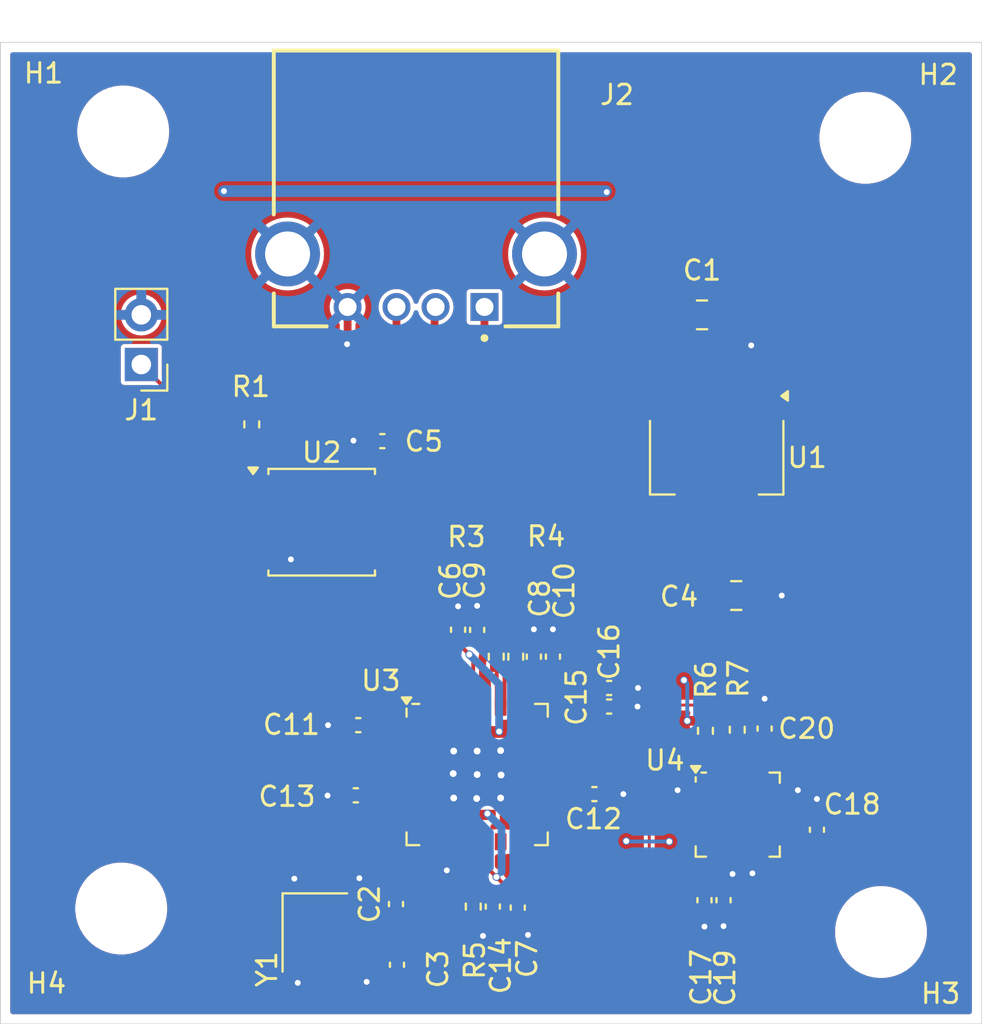
<source format=kicad_pcb>
(kicad_pcb (version 20240108) (generator "pcbnew") (generator_version "8.0")
  (layers (0 "F.Cu" signal) (31 "B.Cu" signal) (34 "B.Paste" user) (35 "F.Paste" user) (36 "B.SilkS" user "B.Silkscreen") (37 "F.SilkS" user "F.Silkscreen") (38 "B.Mask" user) (39 "F.Mask" user) (44 "Edge.Cuts" user))
  (net 0 "")
  (net 1 "/XIN")
  (net 2 "GND")
  (net 3 "VBUS")
  (net 4 "+3V3")
  (net 5 "+1V1")
  (net 6 "Net-(U4-REGOUT)")
  (net 7 "Net-(U4-CPOUT)")
  (net 8 "/~{USB_BOOT}")
  (net 9 "/USB_D-")
  (net 10 "/USB_D+")
  (net 11 "/XOUT")
  (net 12 "Net-(U3-USB_DP)")
  (net 13 "Net-(U3-USB_DM)")
  (net 14 "Net-(U3-GPIO28_ADC2)")
  (net 15 "Net-(U3-GPIO29_ADC3)")
  (net 16 "/QSPI_SD1")
  (net 17 "/QSPI_SD2")
  (net 18 "/QSPI_SD0")
  (net 19 "/QSPI_SCLK")
  (net 20 "/QSPI_SD3")
  (net 26 "/SWD")
  (net 27 "/RUN")
  (net 43 "/SWCLK")
  (net 45 "Net-(U3-GPIO27_ADC1)")
  (net 65 "Net-(C3-Pad1)")
  (net 66 "QSPI_SS")
  (footprint "Resistor_SMD:R_0402_1005Metric" (layer "F.Cu") (at 150.325 98.75 -90)
    (property "Reference" "R3" (at -6.125 1.525 180) (layer "F.SilkS"))
    (property "Value" "27")
    (pad "1" smd roundrect (at -0.51 0 270) (size 0.54 0.64) (layers "F.Cu" "F.Paste" "F.Mask") (net 10 "/USB_D+"))
    (pad "2" smd roundrect (at 0.51 0 270) (size 0.54 0.64) (layers "F.Cu" "F.Paste" "F.Mask") (net 12 "Net-(U3-USB_DP)"))
  )
  (footprint "Capacitor_SMD:C_0805_2012Metric" (layer "F.Cu") (at 160.85 81.275)
    (property "Reference" "C1" (at 0 -2.275 0) (layer "F.SilkS"))
    (property "Value" "10u")
    (pad "1" smd roundrect (at -0.95 0) (size 1 1.45) (layers "F.Cu" "F.Paste" "F.Mask") (net 3 "VBUS"))
    (pad "2" smd roundrect (at 0.95 0) (size 1 1.45) (layers "F.Cu" "F.Paste" "F.Mask") (net 2 "GND"))
  )
  (footprint "Capacitor_SMD:C_0402_1005Metric" (layer "F.Cu") (at 143.145 105.8375 180)
    (property "Reference" "C13" (at 3.52 -0.0625 0) (layer "F.SilkS"))
    (property "Value" "100n")
    (pad "1" smd roundrect (at -0.48 0 180) (size 0.56 0.62) (layers "F.Cu" "F.Paste" "F.Mask") (net 4 "+3V3"))
    (pad "2" smd roundrect (at 0.48 0 180) (size 0.56 0.62) (layers "F.Cu" "F.Paste" "F.Mask") (net 2 "GND"))
  )
  (footprint "Crystal:Crystal_SMD_3225-4Pin_3.2x2.5mm" (layer "F.Cu") (at 141.05 112.85 -90)
    (property "Reference" "Y1" (at 1.875 2.45 90) (layer "F.SilkS"))
    (property "Value" "ABM8-272-T3")
    (pad "1" smd rect (at -1.1 0.85 270) (size 1.4 1.2) (layers "F.Cu" "F.Paste" "F.Mask") (net 1 "/XIN"))
    (pad "2" smd rect (at 1.1 0.85 270) (size 1.4 1.2) (layers "F.Cu" "F.Paste" "F.Mask") (net 2 "GND"))
    (pad "3" smd rect (at 1.1 -0.85 270) (size 1.4 1.2) (layers "F.Cu" "F.Paste" "F.Mask") (net 65 "Net-(C3-Pad1)"))
    (pad "4" smd rect (at -1.1 -0.85 270) (size 1.4 1.2) (layers "F.Cu" "F.Paste" "F.Mask") (net 2 "GND"))
  )
  (footprint "Capacitor_SMD:C_0402_1005Metric" (layer "F.Cu") (at 152.25 98.75 90)
    (property "Reference" "C8" (at 2.975 0.3 90) (layer "F.SilkS"))
    (property "Value" "1u")
    (pad "1" smd roundrect (at -0.48 0 90) (size 0.56 0.62) (layers "F.Cu" "F.Paste" "F.Mask") (net 5 "+1V1"))
    (pad "2" smd roundrect (at 0.48 0 90) (size 0.56 0.62) (layers "F.Cu" "F.Paste" "F.Mask") (net 2 "GND"))
  )
  (footprint "Package_SO:SOIC-8_5.23x5.23mm_P1.27mm" (layer "F.Cu") (at 141.4 91.875)
    (property "Reference" "U2" (at 0 -3.56 0) (layer "F.SilkS"))
    (property "Value" "W25Q128JVS")
    (pad "1" smd roundrect (at -3.6 -1.905) (size 1.6 0.6) (layers "F.Cu" "F.Paste" "F.Mask") (net 66 "QSPI_SS"))
    (pad "2" smd roundrect (at -3.6 -0.635) (size 1.6 0.6) (layers "F.Cu" "F.Paste" "F.Mask") (net 16 "/QSPI_SD1"))
    (pad "3" smd roundrect (at -3.6 0.635) (size 1.6 0.6) (layers "F.Cu" "F.Paste" "F.Mask") (net 17 "/QSPI_SD2"))
    (pad "4" smd roundrect (at -3.6 1.905) (size 1.6 0.6) (layers "F.Cu" "F.Paste" "F.Mask") (net 2 "GND"))
    (pad "5" smd roundrect (at 3.6 1.905) (size 1.6 0.6) (layers "F.Cu" "F.Paste" "F.Mask") (net 18 "/QSPI_SD0"))
    (pad "6" smd roundrect (at 3.6 0.635) (size 1.6 0.6) (layers "F.Cu" "F.Paste" "F.Mask") (net 19 "/QSPI_SCLK"))
    (pad "7" smd roundrect (at 3.6 -0.635) (size 1.6 0.6) (layers "F.Cu" "F.Paste" "F.Mask") (net 20 "/QSPI_SD3"))
    (pad "8" smd roundrect (at 3.6 -1.905) (size 1.6 0.6) (layers "F.Cu" "F.Paste" "F.Mask") (net 4 "+3V3"))
  )
  (footprint "Capacitor_SMD:C_0402_1005Metric" (layer "F.Cu") (at 155.345 105.775)
    (property "Reference" "C12" (at -0.045 1.275 0) (layer "F.SilkS"))
    (property "Value" "100n")
    (pad "1" smd roundrect (at -0.48 0) (size 0.56 0.62) (layers "F.Cu" "F.Paste" "F.Mask") (net 4 "+3V3"))
    (pad "2" smd roundrect (at 0.48 0) (size 0.56 0.62) (layers "F.Cu" "F.Paste" "F.Mask") (net 2 "GND"))
  )
  (footprint "Capacitor_SMD:C_0402_1005Metric" (layer "F.Cu") (at 156.1 100.35)
    (property "Reference" "C16" (at 0 -1.85 -90) (layer "F.SilkS"))
    (property "Value" "100n")
    (pad "1" smd roundrect (at -0.48 0) (size 0.56 0.62) (layers "F.Cu" "F.Paste" "F.Mask") (net 4 "+3V3"))
    (pad "2" smd roundrect (at 0.48 0) (size 0.56 0.62) (layers "F.Cu" "F.Paste" "F.Mask") (net 2 "GND"))
  )
  (footprint "Resistor_SMD:R_0402_1005Metric" (layer "F.Cu") (at 151.325 98.75 -90)
    (property "Reference" "R4" (at -6.15 -1.55 180) (layer "F.SilkS"))
    (property "Value" "27")
    (pad "1" smd roundrect (at -0.51 0 270) (size 0.54 0.64) (layers "F.Cu" "F.Paste" "F.Mask") (net 9 "/USB_D-"))
    (pad "2" smd roundrect (at 0.51 0 270) (size 0.54 0.64) (layers "F.Cu" "F.Paste" "F.Mask") (net 13 "Net-(U3-USB_DM)"))
  )
  (footprint "Capacitor_SMD:C_0402_1005Metric" (layer "F.Cu") (at 145.25 114.5 -90)
    (property "Reference" "C3" (at 0.225 -2.1 -90) (layer "F.SilkS"))
    (property "Value" "15p")
    (pad "1" smd roundrect (at -0.48 0 270) (size 0.56 0.62) (layers "F.Cu" "F.Paste" "F.Mask") (net 65 "Net-(C3-Pad1)"))
    (pad "2" smd roundrect (at 0.48 0 270) (size 0.56 0.62) (layers "F.Cu" "F.Paste" "F.Mask") (net 2 "GND"))
  )
  (footprint "USBR-A-S-F-O-TH (1):SAMTEC_USBR-A-S-F-O-TH" (layer "F.Cu") (at 149.725 80.8725 180)
    (property "Reference" "J2" (at -6.775 10.8475 0) (layer "F.SilkS"))
    (property "Value" "USBR-A-S-F-O-TH")
    (pad "01" thru_hole rect (at 0 0 180) (size 1.428 1.428) (drill 0.92) (layers "*.Cu" "*.Mask") (net 3 "VBUS"))
    (pad "02" thru_hole circle (at 2.5 0 180) (size 1.428 1.428) (drill 0.92) (layers "*.Cu" "*.Mask") (net 9 "/USB_D-"))
    (pad "03" thru_hole circle (at 4.5 0 180) (size 1.428 1.428) (drill 0.92) (layers "*.Cu" "*.Mask") (net 10 "/USB_D+"))
    (pad "04" thru_hole circle (at 7 0 180) (size 1.428 1.428) (drill 0.92) (layers "*.Cu" "*.Mask") (net 2 "GND"))
    (pad "S1" thru_hole circle (at -3.07 2.71 180) (size 3.316 3.316) (drill 2.3) (layers "*.Cu" "*.Mask") (net 2 "GND"))
    (pad "S2" thru_hole circle (at 10.07 2.71 180) (size 3.316 3.316) (drill 2.3) (layers "*.Cu" "*.Mask") (net 2 "GND"))
  )
  (footprint "Resistor_SMD:R_0402_1005Metric" (layer "F.Cu") (at 149.15 111.525 -90)
    (property "Reference" "R5" (at 2.75 -0.075 90) (layer "F.SilkS"))
    (property "Value" "1k")
    (pad "1" smd roundrect (at -0.51 0 270) (size 0.54 0.64) (layers "F.Cu" "F.Paste" "F.Mask") (net 11 "/XOUT"))
    (pad "2" smd roundrect (at 0.51 0 270) (size 0.54 0.64) (layers "F.Cu" "F.Paste" "F.Mask") (net 65 "Net-(C3-Pad1)"))
  )
  (footprint "Capacitor_SMD:C_0402_1005Metric" (layer "F.Cu") (at 151.425 111.58 -90)
    (property "Reference" "C7" (at 2.62 -0.475 90) (layer "F.SilkS"))
    (property "Value" "100n")
    (pad "1" smd roundrect (at -0.48 0 270) (size 0.56 0.62) (layers "F.Cu" "F.Paste" "F.Mask") (net 5 "+1V1"))
    (pad "2" smd roundrect (at 0.48 0 270) (size 0.56 0.62) (layers "F.Cu" "F.Paste" "F.Mask") (net 2 "GND"))
  )
  (footprint "Capacitor_SMD:C_0805_2012Metric" (layer "F.Cu") (at 162.6 95.625)
    (property "Reference" "C4" (at -2.925 0.05 0) (layer "F.SilkS"))
    (property "Value" "10u")
    (pad "1" smd roundrect (at -0.95 0) (size 1 1.45) (layers "F.Cu" "F.Paste" "F.Mask") (net 4 "+3V3"))
    (pad "2" smd roundrect (at 0.95 0) (size 1 1.45) (layers "F.Cu" "F.Paste" "F.Mask") (net 2 "GND"))
  )
  (footprint "Capacitor_SMD:C_0402_1005Metric" (layer "F.Cu") (at 164.05 102.425 90)
    (property "Reference" "C20" (at 0 2.15 0) (layer "F.SilkS"))
    (property "Value" "2.2n")
    (pad "1" smd roundrect (at -0.48 0 90) (size 0.56 0.62) (layers "F.Cu" "F.Paste" "F.Mask") (net 7 "Net-(U4-CPOUT)"))
    (pad "2" smd roundrect (at 0.48 0 90) (size 0.56 0.62) (layers "F.Cu" "F.Paste" "F.Mask") (net 2 "GND"))
  )
  (footprint "Capacitor_SMD:C_0402_1005Metric" (layer "F.Cu") (at 161.95 111.2 -90)
    (property "Reference" "C19" (at 3.975 -0.075 90) (layer "F.SilkS"))
    (property "Value" "100n")
    (pad "1" smd roundrect (at -0.48 0 270) (size 0.56 0.62) (layers "F.Cu" "F.Paste" "F.Mask") (net 6 "Net-(U4-REGOUT)"))
    (pad "2" smd roundrect (at 0.48 0 270) (size 0.56 0.62) (layers "F.Cu" "F.Paste" "F.Mask") (net 2 "GND"))
  )
  (footprint "Capacitor_SMD:C_0402_1005Metric" (layer "F.Cu") (at 143.27 102.25 180)
    (property "Reference" "C11" (at 3.42 0.025 0) (layer "F.SilkS"))
    (property "Value" "100n")
    (pad "1" smd roundrect (at -0.48 0 180) (size 0.56 0.62) (layers "F.Cu" "F.Paste" "F.Mask") (net 4 "+3V3"))
    (pad "2" smd roundrect (at 0.48 0 180) (size 0.56 0.62) (layers "F.Cu" "F.Paste" "F.Mask") (net 2 "GND"))
  )
  (footprint "Resistor_SMD:R_0402_1005Metric" (layer "F.Cu") (at 137.825 86.875 90)
    (property "Reference" "R1" (at 1.925 -0.05 180) (layer "F.SilkS"))
    (property "Value" "1k")
    (pad "1" smd roundrect (at -0.51 0 90) (size 0.54 0.64) (layers "F.Cu" "F.Paste" "F.Mask") (net 66 "QSPI_SS"))
    (pad "2" smd roundrect (at 0.51 0 90) (size 0.54 0.64) (layers "F.Cu" "F.Paste" "F.Mask") (net 8 "/~{USB_BOOT}"))
  )
  (footprint "Capacitor_SMD:C_0402_1005Metric" (layer "F.Cu") (at 148.375 97.375 90)
    (property "Reference" "C6" (at 2.5 -0.4 90) (layer "F.SilkS"))
    (property "Value" "100n")
    (pad "1" smd roundrect (at -0.48 0 90) (size 0.56 0.62) (layers "F.Cu" "F.Paste" "F.Mask") (net 5 "+1V1"))
    (pad "2" smd roundrect (at 0.48 0 90) (size 0.56 0.62) (layers "F.Cu" "F.Paste" "F.Mask") (net 2 "GND"))
  )
  (footprint "Capacitor_SMD:C_0402_1005Metric" (layer "F.Cu") (at 166.725 107.6 90)
    (property "Reference" "C18" (at 1.3 1.8 180) (layer "F.SilkS"))
    (property "Value" "100n")
    (pad "1" smd roundrect (at -0.48 0 90) (size 0.56 0.62) (layers "F.Cu" "F.Paste" "F.Mask") (net 4 "+3V3"))
    (pad "2" smd roundrect (at 0.48 0 90) (size 0.56 0.62) (layers "F.Cu" "F.Paste" "F.Mask") (net 2 "GND"))
  )
  (footprint "Capacitor_SMD:C_0402_1005Metric" (layer "F.Cu") (at 145.2 111.4 90)
    (property "Reference" "C2" (at 0 -1.35 90) (layer "F.SilkS"))
    (property "Value" "15p")
    (pad "1" smd roundrect (at -0.48 0 90) (size 0.56 0.62) (layers "F.Cu" "F.Paste" "F.Mask") (net 1 "/XIN"))
    (pad "2" smd roundrect (at 0.48 0 90) (size 0.56 0.62) (layers "F.Cu" "F.Paste" "F.Mask") (net 2 "GND"))
  )
  (footprint "Sensor_Motion:InvenSense_QFN-24_4x4mm_P0.5mm" (layer "F.Cu") (at 162.675 106.825)
    (property "Reference" "U4" (at -3.725 -2.775 0) (layer "F.SilkS"))
    (property "Value" "MPU-6050")
    (pad "1" smd roundrect (at -1.95 -1.25) (size 0.85 0.3) (layers "F.Cu" "F.Paste" "F.Mask") (net 2 "GND"))
    (pad "2" smd roundrect (at -1.95 -0.75) (size 0.85 0.3) (layers "F.Cu" "F.Paste" "F.Mask"))
    (pad "3" smd roundrect (at -1.95 -0.25) (size 0.85 0.3) (layers "F.Cu" "F.Paste" "F.Mask"))
    (pad "4" smd roundrect (at -1.95 0.25) (size 0.85 0.3) (layers "F.Cu" "F.Paste" "F.Mask"))
    (pad "5" smd roundrect (at -1.95 0.75) (size 0.85 0.3) (layers "F.Cu" "F.Paste" "F.Mask"))
    (pad "6" smd roundrect (at -1.95 1.25) (size 0.85 0.3) (layers "F.Cu" "F.Paste" "F.Mask"))
    (pad "7" smd roundrect (at -1.25 1.95 90) (size 0.85 0.3) (layers "F.Cu" "F.Paste" "F.Mask"))
    (pad "8" smd roundrect (at -0.75 1.95 90) (size 0.85 0.3) (layers "F.Cu" "F.Paste" "F.Mask") (net 4 "+3V3"))
    (pad "9" smd roundrect (at -0.25 1.95 90) (size 0.85 0.3) (layers "F.Cu" "F.Paste" "F.Mask") (net 2 "GND"))
    (pad "10" smd roundrect (at 0.25 1.95 90) (size 0.85 0.3) (layers "F.Cu" "F.Paste" "F.Mask") (net 6 "Net-(U4-REGOUT)"))
    (pad "11" smd roundrect (at 0.75 1.95 90) (size 0.85 0.3) (layers "F.Cu" "F.Paste" "F.Mask") (net 2 "GND"))
    (pad "12" smd roundrect (at 1.25 1.95 90) (size 0.85 0.3) (layers "F.Cu" "F.Paste" "F.Mask") (net 45 "Net-(U3-GPIO27_ADC1)"))
    (pad "13" smd roundrect (at 1.95 1.25) (size 0.85 0.3) (layers "F.Cu" "F.Paste" "F.Mask") (net 4 "+3V3"))
    (pad "14" smd roundrect (at 1.95 0.75) (size 0.85 0.3) (layers "F.Cu" "F.Paste" "F.Mask"))
    (pad "15" smd roundrect (at 1.95 0.25) (size 0.85 0.3) (layers "F.Cu" "F.Paste" "F.Mask"))
    (pad "16" smd roundrect (at 1.95 -0.25) (size 0.85 0.3) (layers "F.Cu" "F.Paste" "F.Mask"))
    (pad "17" smd roundrect (at 1.95 -0.75) (size 0.85 0.3) (layers "F.Cu" "F.Paste" "F.Mask"))
    (pad "18" smd roundrect (at 1.95 -1.25) (size 0.85 0.3) (layers "F.Cu" "F.Paste" "F.Mask") (net 2 "GND"))
    (pad "19" smd roundrect (at 1.25 -1.95 90) (size 0.85 0.3) (layers "F.Cu" "F.Paste" "F.Mask"))
    (pad "20" smd roundrect (at 0.75 -1.95 90) (size 0.85 0.3) (layers "F.Cu" "F.Paste" "F.Mask") (net 7 "Net-(U4-CPOUT)"))
    (pad "21" smd roundrect (at 0.25 -1.95 90) (size 0.85 0.3) (layers "F.Cu" "F.Paste" "F.Mask"))
    (pad "22" smd roundrect (at -0.25 -1.95 90) (size 0.85 0.3) (layers "F.Cu" "F.Paste" "F.Mask"))
    (pad "23" smd roundrect (at -0.75 -1.95 90) (size 0.85 0.3) (layers "F.Cu" "F.Paste" "F.Mask") (net 15 "Net-(U3-GPIO29_ADC3)"))
    (pad "24" smd roundrect (at -1.25 -1.95 90) (size 0.85 0.3) (layers "F.Cu" "F.Paste" "F.Mask") (net 14 "Net-(U3-GPIO28_ADC2)"))
    (zone (net 0) (net_name "") (layer "F.Cu") (connect_pads (clearance 0)) (min_thickness 0.254)
      (keepout (tracks not_allowed) (vias not_allowed) (pads not_allowed) (copperpour not_allowed) (footprints allowed))
      (fill (thermal_gap 0.508) (thermal_bridge_width 0.508))
      (polygon (pts (xy 161.3 105.5) (xy 164.05 105.5) (xy 164.05 108.15) (xy 161.3 108.15)))
    )
  )
  (footprint "Capacitor_SMD:C_0402_1005Metric" (layer "F.Cu") (at 144.5 87.73 180)
    (property "Reference" "C5" (at -2.125 -0.02 0) (layer "F.SilkS"))
    (property "Value" "100n")
    (pad "1" smd roundrect (at -0.48 0 180) (size 0.56 0.62) (layers "F.Cu" "F.Paste" "F.Mask") (net 4 "+3V3"))
    (pad "2" smd roundrect (at 0.48 0 180) (size 0.56 0.62) (layers "F.Cu" "F.Paste" "F.Mask") (net 2 "GND"))
  )
  (footprint "Capacitor_SMD:C_0402_1005Metric" (layer "F.Cu") (at 156.1 101.3)
    (property "Reference" "C15" (at -1.675 -0.475 90) (layer "F.SilkS"))
    (property "Value" "100n")
    (pad "1" smd roundrect (at -0.48 0) (size 0.56 0.62) (layers "F.Cu" "F.Paste" "F.Mask") (net 4 "+3V3"))
    (pad "2" smd roundrect (at 0.48 0) (size 0.56 0.62) (layers "F.Cu" "F.Paste" "F.Mask") (net 2 "GND"))
  )
  (footprint "MountingHole:MountingHole_2.7mm_M2.5" (layer "F.Cu") (at 169.2 72.225)
    (property "Reference" "H2" (at 3.725 -3.225 0) (layer "F.SilkS"))
    (property "Value" "MountingHole")
    (pad "" np_thru_hole circle (at 0 0) (size 2.7 2.7) (drill 2.7) (layers "*.Cu" "*.Mask") (clearance 1))
  )
  (footprint "Package_TO_SOT_SMD:SOT-223-3_TabPin2" (layer "F.Cu") (at 161.6 88.55 -90)
    (property "Reference" "U1" (at 0.025 -4.625 180) (layer "F.SilkS"))
    (property "Value" "NCP1117-3.3_SOT223")
    (pad "1" smd roundrect (at -3.15 -2.3 270) (size 2 1.5) (layers "F.Cu" "F.Paste" "F.Mask") (net 2 "GND"))
    (pad "2" smd roundrect (at -3.15 0 270) (size 2 1.5) (layers "F.Cu" "F.Paste" "F.Mask") (net 4 "+3V3"))
    (pad "2" smd roundrect (at 3.15 0 270) (size 2 3.8) (layers "F.Cu" "F.Paste" "F.Mask") (net 4 "+3V3"))
    (pad "3" smd roundrect (at -3.15 2.3 270) (size 2 1.5) (layers "F.Cu" "F.Paste" "F.Mask") (net 3 "VBUS"))
  )
  (footprint "MountingHole:MountingHole_2.7mm_M2.5" (layer "F.Cu") (at 131.25 71.9)
    (property "Reference" "H1" (at -4.075 -2.975 0) (layer "F.SilkS"))
    (property "Value" "MountingHole")
    (pad "" np_thru_hole circle (at 0 0) (size 2.7 2.7) (drill 2.7) (layers "*.Cu" "*.Mask") (clearance 1))
  )
  (footprint "Resistor_SMD:R_0402_1005Metric" (layer "F.Cu") (at 161.025 102.54 -90)
    (property "Reference" "R6" (at -2.615 -0.025 90) (layer "F.SilkS"))
    (property "Value" "4.7k")
    (pad "1" smd roundrect (at -0.51 0 270) (size 0.54 0.64) (layers "F.Cu" "F.Paste" "F.Mask") (net 4 "+3V3"))
    (pad "2" smd roundrect (at 0.51 0 270) (size 0.54 0.64) (layers "F.Cu" "F.Paste" "F.Mask") (net 14 "Net-(U3-GPIO28_ADC2)"))
  )
  (footprint "MountingHole:MountingHole_2.7mm_M2.5" (layer "F.Cu") (at 131.15 111.625)
    (property "Reference" "H4" (at -3.825 3.825 0) (layer "F.SilkS"))
    (property "Value" "MountingHole")
    (pad "" np_thru_hole circle (at 0 0) (size 2.7 2.7) (drill 2.7) (layers "*.Cu" "*.Mask") (clearance 1))
  )
  (footprint "Resistor_SMD:R_0402_1005Metric" (layer "F.Cu") (at 162.65 102.485 -90)
    (property "Reference" "R7" (at -2.61 -0.05 90) (layer "F.SilkS"))
    (property "Value" "4.7k")
    (pad "1" smd roundrect (at -0.51 0 270) (size 0.54 0.64) (layers "F.Cu" "F.Paste" "F.Mask") (net 4 "+3V3"))
    (pad "2" smd roundrect (at 0.51 0 270) (size 0.54 0.64) (layers "F.Cu" "F.Paste" "F.Mask") (net 15 "Net-(U3-GPIO29_ADC3)"))
  )
  (footprint "Capacitor_SMD:C_0402_1005Metric" (layer "F.Cu") (at 150.15 111.525 -90)
    (property "Reference" "C14" (at 3.025 -0.4 90) (layer "F.SilkS"))
    (property "Value" "100n")
    (pad "1" smd roundrect (at -0.48 0 270) (size 0.56 0.62) (layers "F.Cu" "F.Paste" "F.Mask") (net 4 "+3V3"))
    (pad "2" smd roundrect (at 0.48 0 270) (size 0.56 0.62) (layers "F.Cu" "F.Paste" "F.Mask") (net 2 "GND"))
  )
  (footprint "Capacitor_SMD:C_0402_1005Metric" (layer "F.Cu") (at 149.35 97.38 90)
    (property "Reference" "C9" (at 2.53 -0.125 90) (layer "F.SilkS"))
    (property "Value" "100n")
    (pad "1" smd roundrect (at -0.48 0 90) (size 0.56 0.62) (layers "F.Cu" "F.Paste" "F.Mask") (net 4 "+3V3"))
    (pad "2" smd roundrect (at 0.48 0 90) (size 0.56 0.62) (layers "F.Cu" "F.Paste" "F.Mask") (net 2 "GND"))
  )
  (footprint "Connector_PinHeader_2.54mm:PinHeader_1x02_P2.54mm_Vertical" (layer "F.Cu") (at 132.175 83.815 180)
    (property "Reference" "J1" (at 0 -2.33 0) (layer "F.SilkS"))
    (property "Value" "Conn_01x02")
    (pad "1" thru_hole rect (at 0 0 180) (size 1.7 1.7) (drill 1) (layers "*.Cu" "*.Mask") (net 8 "/~{USB_BOOT}"))
    (pad "2" thru_hole oval (at 0 2.54 180) (size 1.7 1.7) (drill 1) (layers "*.Cu" "*.Mask") (net 2 "GND"))
  )
  (footprint "MountingHole:MountingHole_2.7mm_M2.5" (layer "F.Cu") (at 170 112.825)
    (property "Reference" "H3" (at 3.05 3.15 0) (layer "F.SilkS"))
    (property "Value" "MountingHole")
    (pad "" np_thru_hole circle (at 0 0) (size 2.7 2.7) (drill 2.7) (layers "*.Cu" "*.Mask") (clearance 1))
  )
  (footprint "Capacitor_SMD:C_0402_1005Metric" (layer "F.Cu") (at 153.225 98.75 90)
    (property "Reference" "C10" (at 3.375 0.575 90) (layer "F.SilkS"))
    (property "Value" "1u")
    (pad "1" smd roundrect (at -0.48 0 90) (size 0.56 0.62) (layers "F.Cu" "F.Paste" "F.Mask") (net 4 "+3V3"))
    (pad "2" smd roundrect (at 0.48 0 90) (size 0.56 0.62) (layers "F.Cu" "F.Paste" "F.Mask") (net 2 "GND"))
  )
  (footprint "Package_DFN_QFN:QFN-56-1EP_7x7mm_P0.4mm_EP3.2x3.2mm" (layer "F.Cu") (at 149.35 104.775)
    (property "Reference" "U3" (at -4.925 -4.8 0) (layer "F.SilkS"))
    (property "Value" "RP2040")
    (pad "1" smd roundrect (at -3.4375 -2.6) (size 0.875 0.2) (layers "F.Cu" "F.Paste" "F.Mask") (net 4 "+3V3"))
    (pad "2" smd roundrect (at -3.4375 -2.2) (size 0.875 0.2) (layers "F.Cu" "F.Paste" "F.Mask"))
    (pad "3" smd roundrect (at -3.4375 -1.8) (size 0.875 0.2) (layers "F.Cu" "F.Paste" "F.Mask"))
    (pad "4" smd roundrect (at -3.4375 -1.4) (size 0.875 0.2) (layers "F.Cu" "F.Paste" "F.Mask"))
    (pad "5" smd roundrect (at -3.4375 -1) (size 0.875 0.2) (layers "F.Cu" "F.Paste" "F.Mask"))
    (pad "6" smd roundrect (at -3.4375 -0.6) (size 0.875 0.2) (layers "F.Cu" "F.Paste" "F.Mask"))
    (pad "7" smd roundrect (at -3.4375 -0.2) (size 0.875 0.2) (layers "F.Cu" "F.Paste" "F.Mask"))
    (pad "8" smd roundrect (at -3.4375 0.2) (size 0.875 0.2) (layers "F.Cu" "F.Paste" "F.Mask"))
    (pad "9" smd roundrect (at -3.4375 0.6) (size 0.875 0.2) (layers "F.Cu" "F.Paste" "F.Mask"))
    (pad "10" smd roundrect (at -3.4375 1) (size 0.875 0.2) (layers "F.Cu" "F.Paste" "F.Mask") (net 4 "+3V3"))
    (pad "11" smd roundrect (at -3.4375 1.4) (size 0.875 0.2) (layers "F.Cu" "F.Paste" "F.Mask"))
    (pad "12" smd roundrect (at -3.4375 1.8) (size 0.875 0.2) (layers "F.Cu" "F.Paste" "F.Mask"))
    (pad "13" smd roundrect (at -3.4375 2.2) (size 0.875 0.2) (layers "F.Cu" "F.Paste" "F.Mask"))
    (pad "14" smd roundrect (at -3.4375 2.6) (size 0.875 0.2) (layers "F.Cu" "F.Paste" "F.Mask"))
    (pad "15" smd roundrect (at -2.6 3.4375) (size 0.2 0.875) (layers "F.Cu" "F.Paste" "F.Mask"))
    (pad "16" smd roundrect (at -2.2 3.4375) (size 0.2 0.875) (layers "F.Cu" "F.Paste" "F.Mask"))
    (pad "17" smd roundrect (at -1.8 3.4375) (size 0.2 0.875) (layers "F.Cu" "F.Paste" "F.Mask"))
    (pad "18" smd roundrect (at -1.4 3.4375) (size 0.2 0.875) (layers "F.Cu" "F.Paste" "F.Mask"))
    (pad "19" smd roundrect (at -1 3.4375) (size 0.2 0.875) (layers "F.Cu" "F.Paste" "F.Mask") (net 2 "GND"))
    (pad "20" smd roundrect (at -0.6 3.4375) (size 0.2 0.875) (layers "F.Cu" "F.Paste" "F.Mask") (net 1 "/XIN"))
    (pad "21" smd roundrect (at -0.2 3.4375) (size 0.2 0.875) (layers "F.Cu" "F.Paste" "F.Mask") (net 11 "/XOUT"))
    (pad "22" smd roundrect (at 0.2 3.4375) (size 0.2 0.875) (layers "F.Cu" "F.Paste" "F.Mask") (net 4 "+3V3"))
    (pad "23" smd roundrect (at 0.6 3.4375) (size 0.2 0.875) (layers "F.Cu" "F.Paste" "F.Mask") (net 5 "+1V1"))
    (pad "24" smd roundrect (at 1 3.4375) (size 0.2 0.875) (layers "F.Cu" "F.Paste" "F.Mask") (net 43 "/SWCLK"))
    (pad "25" smd roundrect (at 1.4 3.4375) (size 0.2 0.875) (layers "F.Cu" "F.Paste" "F.Mask") (net 26 "/SWD"))
    (pad "26" smd roundrect (at 1.8 3.4375) (size 0.2 0.875) (layers "F.Cu" "F.Paste" "F.Mask") (net 27 "/RUN"))
    (pad "27" smd roundrect (at 2.2 3.4375) (size 0.2 0.875) (layers "F.Cu" "F.Paste" "F.Mask"))
    (pad "28" smd roundrect (at 2.6 3.4375) (size 0.2 0.875) (layers "F.Cu" "F.Paste" "F.Mask"))
    (pad "29" smd roundrect (at 3.4375 2.6) (size 0.875 0.2) (layers "F.Cu" "F.Paste" "F.Mask"))
    (pad "30" smd roundrect (at 3.4375 2.2) (size 0.875 0.2) (layers "F.Cu" "F.Paste" "F.Mask"))
    (pad "31" smd roundrect (at 3.4375 1.8) (size 0.875 0.2) (layers "F.Cu" "F.Paste" "F.Mask"))
    (pad "32" smd roundrect (at 3.4375 1.4) (size 0.875 0.2) (layers "F.Cu" "F.Paste" "F.Mask"))
    (pad "33" smd roundrect (at 3.4375 1) (size 0.875 0.2) (layers "F.Cu" "F.Paste" "F.Mask") (net 4 "+3V3"))
    (pad "34" smd roundrect (at 3.4375 0.6) (size 0.875 0.2) (layers "F.Cu" "F.Paste" "F.Mask"))
    (pad "35" smd roundrect (at 3.4375 0.2) (size 0.875 0.2) (layers "F.Cu" "F.Paste" "F.Mask"))
    (pad "36" smd roundrect (at 3.4375 -0.2) (size 0.875 0.2) (layers "F.Cu" "F.Paste" "F.Mask"))
    (pad "37" smd roundrect (at 3.4375 -0.6) (size 0.875 0.2) (layers "F.Cu" "F.Paste" "F.Mask"))
    (pad "38" smd roundrect (at 3.4375 -1) (size 0.875 0.2) (layers "F.Cu" "F.Paste" "F.Mask"))
    (pad "39" smd roundrect (at 3.4375 -1.4) (size 0.875 0.2) (layers "F.Cu" "F.Paste" "F.Mask") (net 45 "Net-(U3-GPIO27_ADC1)"))
    (pad "40" smd roundrect (at 3.4375 -1.8) (size 0.875 0.2) (layers "F.Cu" "F.Paste" "F.Mask") (net 14 "Net-(U3-GPIO28_ADC2)"))
    (pad "41" smd roundrect (at 3.4375 -2.2) (size 0.875 0.2) (layers "F.Cu" "F.Paste" "F.Mask") (net 15 "Net-(U3-GPIO29_ADC3)"))
    (pad "42" smd roundrect (at 3.4375 -2.6) (size 0.875 0.2) (layers "F.Cu" "F.Paste" "F.Mask") (net 4 "+3V3"))
    (pad "43" smd roundrect (at 2.6 -3.4375) (size 0.2 0.875) (layers "F.Cu" "F.Paste" "F.Mask") (net 4 "+3V3"))
    (pad "44" smd roundrect (at 2.2 -3.4375) (size 0.2 0.875) (layers "F.Cu" "F.Paste" "F.Mask") (net 4 "+3V3"))
    (pad "45" smd roundrect (at 1.8 -3.4375) (size 0.2 0.875) (layers "F.Cu" "F.Paste" "F.Mask") (net 5 "+1V1"))
    (pad "46" smd roundrect (at 1.4 -3.4375) (size 0.2 0.875) (layers "F.Cu" "F.Paste" "F.Mask") (net 13 "Net-(U3-USB_DM)"))
    (pad "47" smd roundrect (at 1 -3.4375) (size 0.2 0.875) (layers "F.Cu" "F.Paste" "F.Mask") (net 12 "Net-(U3-USB_DP)"))
    (pad "48" smd roundrect (at 0.6 -3.4375) (size 0.2 0.875) (layers "F.Cu" "F.Paste" "F.Mask") (net 4 "+3V3"))
    (pad "49" smd roundrect (at 0.2 -3.4375) (size 0.2 0.875) (layers "F.Cu" "F.Paste" "F.Mask") (net 4 "+3V3"))
    (pad "50" smd roundrect (at -0.2 -3.4375) (size 0.2 0.875) (layers "F.Cu" "F.Paste" "F.Mask") (net 5 "+1V1"))
    (pad "51" smd roundrect (at -0.6 -3.4375) (size 0.2 0.875) (layers "F.Cu" "F.Paste" "F.Mask") (net 20 "/QSPI_SD3"))
    (pad "52" smd roundrect (at -1 -3.4375) (size 0.2 0.875) (layers "F.Cu" "F.Paste" "F.Mask") (net 19 "/QSPI_SCLK"))
    (pad "53" smd roundrect (at -1.4 -3.4375) (size 0.2 0.875) (layers "F.Cu" "F.Paste" "F.Mask") (net 18 "/QSPI_SD0"))
    (pad "54" smd roundrect (at -1.8 -3.4375) (size 0.2 0.875) (layers "F.Cu" "F.Paste" "F.Mask") (net 17 "/QSPI_SD2"))
    (pad "55" smd roundrect (at -2.2 -3.4375) (size 0.2 0.875) (layers "F.Cu" "F.Paste" "F.Mask") (net 16 "/QSPI_SD1"))
    (pad "56" smd roundrect (at -2.6 -3.4375) (size 0.2 0.875) (layers "F.Cu" "F.Paste" "F.Mask") (net 66 "QSPI_SS"))
    (pad "57" smd rect (at 0 0) (size 3.2 3.2) (property pad_prop_heatsink) (layers "F.Cu" "F.Mask") (net 2 "GND"))
  )
  (footprint "Capacitor_SMD:C_0402_1005Metric" (layer "F.Cu") (at 160.975 111.2 -90)
    (property "Reference" "C17" (at 3.95 0.175 90) (layer "F.SilkS"))
    (property "Value" "10n")
    (pad "1" smd roundrect (at -0.48 0 270) (size 0.56 0.62) (layers "F.Cu" "F.Paste" "F.Mask") (net 4 "+3V3"))
    (pad "2" smd roundrect (at 0.48 0 270) (size 0.56 0.62) (layers "F.Cu" "F.Paste" "F.Mask") (net 2 "GND"))
  )
  (gr_rect (start 124.975 67.35) (end 175.15 117.525) (stroke (width 0.05)) (fill none) (layer "Edge.Cuts"))
  (segment (start 140.2 112.4) (end 140.2 111.75) (width 0.2) (layer "F.Cu") (net 1))
  (segment (start 145.61636 111.88) (end 146.895 111.88) (width 0.15) (layer "F.Cu") (net 1))
  (segment (start 145.2 111.88) (end 144.33 112.75) (width 0.2) (layer "F.Cu") (net 1))
  (segment (start 146.895 111.88) (end 148.75 110.025) (width 0.15) (layer "F.Cu") (net 1))
  (segment (start 145.2 111.88) (end 145.61636 111.88) (width 0.2) (layer "F.Cu") (net 1))
  (segment (start 144.33 112.75) (end 140.55 112.75) (width 0.2) (layer "F.Cu") (net 1))
  (segment (start 140.55 112.75) (end 140.2 112.4) (width 0.2) (layer "F.Cu") (net 1))
  (segment (start 148.75 108.74636) (end 148.75 108.2125) (width 0.2) (layer "F.Cu") (net 1))
  (segment (start 148.75 110.025) (end 148.75 108.74636) (width 0.15) (layer "F.Cu") (net 1))
  (segment (start 164.05 101.945) (end 164.05 100.9) (width 0.2) (layer "F.Cu") (net 2))
  (segment (start 157.575 100.35) (end 157.6 100.35) (width 0.2) (layer "F.Cu") (net 2))
  (segment (start 164.925 95.625) (end 163.55 95.625) (width 0.2) (layer "F.Cu") (net 2))
  (segment (start 166.725 107.12) (end 166.725 106.35) (width 0.2) (layer "F.Cu") (net 2))
  (segment (start 142.725 82.75) (end 142.7 82.775) (width 0.2) (layer "F.Cu") (net 2))
  (segment (start 141.725 102.25) (end 142.79 102.25) (width 0.2) (layer "F.Cu") (net 2))
  (segment (start 166.725 106.35) (end 166.725 106.05) (width 0.2) (layer "F.Cu") (net 2))
  (segment (start 153.225 98.27) (end 153.225 97.35) (width 0.2) (layer "F.Cu") (net 2))
  (segment (start 161.8 81.275) (end 163.3625 82.8375) (width 0.2) (layer "F.Cu") (net 2))
  (segment (start 141.7125 105.8375) (end 141.7 105.85) (width 0.2) (layer "F.Cu") (net 2))
  (segment (start 137.8 93.78) (end 139.82 93.78) (width 0.2) (layer "F.Cu") (net 2))
  (segment (start 150.15 112.525) (end 149.65 113.025) (width 0.2) (layer "F.Cu") (net 2))
  (segment (start 143.05 87.73) (end 143.025 87.705) (width 0.2) (layer "F.Cu") (net 2))
  (segment (start 150.15 112.005) (end 150.15 112.525) (width 0.2) (layer "F.Cu") (net 2))
  (segment (start 148.35 109.125) (end 147.8 109.675) (width 0.2) (layer "F.Cu") (net 2))
  (segment (start 163.525 82.9) (end 163.525 82.975) (width 0.2) (layer "F.Cu") (net 2))
  (segment (start 149.35 96.9) (end 149.35 96.225) (width 0.2) (layer "F.Cu") (net 2))
  (segment (start 161.95 111.68) (end 161.95 112.525) (width 0.2) (layer "F.Cu") (net 2))
  (segment (start 163.9 83.35) (end 163.9 85.4) (width 0.2) (layer "F.Cu") (net 2))
  (segment (start 165.75 105.575) (end 165.825 105.575) (width 0.2) (layer "F.Cu") (net 2))
  (segment (start 142.725 80.8725) (end 142.725 82.75) (width 0.4) (layer "F.Cu") (net 2))
  (segment (start 163.425 109.825) (end 163.425 108.775) (width 0.2) (layer "F.Cu") (net 2))
  (segment (start 152.25 98.27) (end 152.25 97.35) (width 0.2) (layer "F.Cu") (net 2))
  (segment (start 151.425 112.06) (end 151.425 112.45) (width 0.2) (layer "F.Cu") (net 2))
  (segment (start 165.825 105.575) (end 165.85 105.55) (width 0.2) (layer "F.Cu") (net 2))
  (segment (start 148.35 108.2125) (end 148.35 109.125) (width 0.2) (layer "F.Cu") (net 2))
  (segment (start 144.02 87.73) (end 143.05 87.73) (width 0.2) (layer "F.Cu") (net 2))
  (segment (start 162.425 109.842892) (end 162.425 108.775) (width 0.2) (layer "F.Cu") (net 2))
  (segment (start 163.425 82.9) (end 163.525 82.9) (width 0.2) (layer "F.Cu") (net 2))
  (segment (start 163.3625 82.8375) (end 163.425 82.9) (width 0.2) (layer "F.Cu") (net 2))
  (segment (start 142.665 105.8375) (end 141.7125 105.8375) (width 0.2) (layer "F.Cu") (net 2))
  (segment (start 156.58 101.3) (end 157.55 101.3) (width 0.2) (layer "F.Cu") (net 2))
  (segment (start 162.408946 109.858946) (end 162.425 109.842892) (width 0.2) (layer "F.Cu") (net 2))
  (segment (start 164.625 105.575) (end 165.75 105.575) (width 0.2) (layer "F.Cu") (net 2))
  (segment (start 156.58 100.35) (end 157.575 100.35) (width 0.2) (layer "F.Cu") (net 2))
  (segment (start 151.425 112.45) (end 151.95 112.975) (width 0.2) (layer "F.Cu") (net 2))
  (segment (start 160.725 105.575) (end 159.6 105.575) (width 0.2) (layer "F.Cu") (net 2))
  (segment (start 155.825 105.775) (end 156.825 105.775) (width 0.2) (layer "F.Cu") (net 2))
  (segment (start 160.975 111.68) (end 160.975 112.575) (width 0.2) (layer "F.Cu") (net 2))
  (segment (start 148.375 96.225) (end 148.325 96.175) (width 0.2) (layer "F.Cu") (net 2))
  (segment (start 163.525 82.975) (end 163.9 83.35) (width 0.2) (layer "F.Cu") (net 2))
  (segment (start 139.82 93.78) (end 139.825 93.775) (width 0.2) (layer "F.Cu") (net 2))
  (segment (start 148.375 96.895) (end 148.375 96.225) (width 0.2) (layer "F.Cu") (net 2))
  (via (at 142.7 82.775) (size 0.4) (drill 0.3) (layers "F.Cu" "B.Cu") (net 2))
  (via (at 165.75 105.575) (size 0.4) (drill 0.3) (layers "F.Cu" "B.Cu") (net 2))
  (via (at 149.35 103.575) (size 0.5) (drill 0.35) (layers "F.Cu" "B.Cu") (net 2))
  (via (at 152.25 97.35) (size 0.4) (drill 0.3) (layers "F.Cu" "B.Cu") (net 2))
  (via (at 149.65 113.025) (size 0.4) (drill 0.3) (layers "F.Cu" "B.Cu") (net 2))
  (via (at 140.175 115.425) (size 0.4) (drill 0.3) (layers "F.Cu" "B.Cu") (net 2))
  (via (at 157.575 100.35) (size 0.4) (drill 0.3) (layers "F.Cu" "B.Cu") (net 2))
  (via (at 157.55 101.3) (size 0.4) (drill 0.3) (layers "F.Cu" "B.Cu") (net 2))
  (via (at 159.6 105.575) (size 0.4) (drill 0.3) (layers "F.Cu" "B.Cu") (net 2))
  (via (at 149.35 104.775) (size 0.5) (drill 0.35) (layers "F.Cu" "B.Cu") (net 2))
  (via (at 150.55 103.55) (size 0.5) (drill 0.35) (layers "F.Cu" "B.Cu") (net 2))
  (via (at 162.408946 109.858946) (size 0.4) (drill 0.3) (layers "F.Cu" "B.Cu") (net 2))
  (via (at 150.575 104.8) (size 0.5) (drill 0.35) (layers "F.Cu" "B.Cu") (net 2))
  (via (at 156.825 105.775) (size 0.4) (drill 0.3) (layers "F.Cu" "B.Cu") (net 2))
  (via (at 163.3625 82.8375) (size 0.4) (drill 0.3) (layers "F.Cu" "B.Cu") (net 2))
  (via (at 164.05 100.9) (size 0.4) (drill 0.3) (layers "F.Cu" "B.Cu") (net 2))
  (via (at 143.025 87.705) (size 0.4) (drill 0.3) (layers "F.Cu" "B.Cu") (net 2))
  (via (at 148.375 96.175) (size 0.4) (drill 0.3) (layers "F.Cu" "B.Cu") (net 2))
  (via (at 153.225 97.35) (size 0.4) (drill 0.3) (layers "F.Cu" "B.Cu") (net 2))
  (via (at 164.925 95.625) (size 0.4) (drill 0.3) (layers "F.Cu" "B.Cu") (net 2))
  (via (at 149.35 96.15) (size 0.4) (drill 0.3) (layers "F.Cu" "B.Cu") (net 2))
  (via (at 139.825 93.775) (size 0.4) (drill 0.3) (layers "F.Cu" "B.Cu") (net 2))
  (via (at 141.7 105.85) (size 0.4) (drill 0.3) (layers "F.Cu" "B.Cu") (net 2))
  (via (at 148.15 103.575) (size 0.5) (drill 0.35) (layers "F.Cu" "B.Cu") (net 2))
  (via (at 161.95 112.525) (size 0.4) (drill 0.3) (layers "F.Cu" "B.Cu") (net 2))
  (via (at 151.95 112.975) (size 0.4) (drill 0.3) (layers "F.Cu" "B.Cu") (net 2))
  (via (at 147.8 109.675) (size 0.4) (drill 0.3) (layers "F.Cu" "B.Cu") (net 2))
  (via (at 148.125 104.725) (size 0.5) (drill 0.35) (layers "F.Cu" "B.Cu") (net 2))
  (via (at 166.725 106.025) (size 0.4) (drill 0.3) (layers "F.Cu" "B.Cu") (net 2))
  (via (at 141.725 102.25) (size 0.4) (drill 0.3) (layers "F.Cu" "B.Cu") (net 2))
  (via (at 148.15 105.975) (size 0.5) (drill 0.35) (layers "F.Cu" "B.Cu") (net 2))
  (via (at 140 110.1) (size 0.4) (drill 0.3) (layers "F.Cu" "B.Cu") (net 2))
  (via (at 143.325 110.075) (size 0.4) (drill 0.3) (layers "F.Cu" "B.Cu") (net 2))
  (via (at 149.325 106) (size 0.5) (drill 0.35) (layers "F.Cu" "B.Cu") (net 2))
  (via (at 160.975 112.55) (size 0.4) (drill 0.3) (layers "F.Cu" "B.Cu") (net 2))
  (via (at 163.425 109.825) (size 0.4) (drill 0.3) (layers "F.Cu" "B.Cu") (net 2))
  (via (at 150.55 105.975) (size 0.5) (drill 0.35) (layers "F.Cu" "B.Cu") (net 2))
  (via (at 143.7 115.375) (size 0.4) (drill 0.3) (layers "F.Cu" "B.Cu") (net 2))
  (segment (start 152.25 97.35) (end 153.225 98.325) (width 0.2) (layer "B.Cu") (net 2))
  (segment (start 149.725 82.375) (end 151.8 84.45) (width 0.4) (layer "F.Cu") (net 3))
  (segment (start 149.725 80.8725) (end 149.725 82.375) (width 0.4) (layer "F.Cu") (net 3))
  (segment (start 166.72 108.075) (end 166.725 108.08) (width 0.2) (layer "F.Cu") (net 4))
  (segment (start 161.6 91.7) (end 161.6 95.575) (width 0.2) (layer "F.Cu") (net 4))
  (segment (start 149.55 110.445) (end 150.15 111.045) (width 0.2) (layer "F.Cu") (net 4))
  (segment (start 150.15 111.045) (end 150.76 111.655) (width 0.2) (layer "F.Cu") (net 4))
  (segment (start 150.76 111.655) (end 150.76 113.525) (width 0.2) (layer "F.Cu") (net 4))
  (segment (start 149.95 101.3375) (end 149.95 100.25) (width 0.2) (layer "F.Cu") (net 4))
  (segment (start 152.7875 105.775) (end 151.975 105.775) (width 0.2) (layer "F.Cu") (net 4))
  (segment (start 151.95 101.975) (end 151.6 102.325) (width 0.2) (layer "F.Cu") (net 4))
  (segment (start 160.975 110.72) (end 160.9 110.645) (width 0.2) (layer "F.Cu") (net 4))
  (segment (start 149.55 99.85) (end 149.55 98.06) (width 0.2) (layer "F.Cu") (net 4))
  (segment (start 149.95 101.3375) (end 149.95 101.95) (width 0.2) (layer "F.Cu") (net 4))
  (segment (start 143.825 102.175) (end 143.75 102.25) (width 0.2) (layer "F.Cu") (net 4))
  (segment (start 149.55 101.3375) (end 149.55 101.9) (width 0.2) (layer "F.Cu") (net 4))
  (segment (start 145.9125 102.175) (end 146.775 102.175) (width 0.2) (layer "F.Cu") (net 4))
  (segment (start 161.6 95.575) (end 161.65 95.625) (width 0.2) (layer "F.Cu") (net 4))
  (segment (start 153.186134 99.23) (end 153.225 99.23) (width 0.2) (layer "F.Cu") (net 4))
  (segment (start 152.7875 105.775) (end 154.865 105.775) (width 0.2) (layer "F.Cu") (net 4))
  (segment (start 145 87.75) (end 144.98 87.73) (width 0.2) (layer "F.Cu") (net 4))
  (segment (start 151.95 101.3375) (end 151.95 101.975) (width 0.2) (layer "F.Cu") (net 4))
  (segment (start 162.65 101.975) (end 162.65 101.025) (width 0.2) (layer "F.Cu") (net 4))
  (segment (start 149.55 108.2125) (end 149.55 107.575) (width 0.2) (layer "F.Cu") (net 4))
  (segment (start 164.625 108.075) (end 166.72 108.075) (width 0.2) (layer "F.Cu") (net 4))
  (segment (start 145.9125 105.775) (end 143.6875 105.775) (width 0.2) (layer "F.Cu") (net 4))
  (segment (start 161.925 109.635785) (end 160.975 110.585785) (width 0.2) (layer "F.Cu") (net 4))
  (segment (start 151.55 100.825) (end 152.3875 99.9875) (width 0.2) (layer "F.Cu") (net 4))
  (segment (start 145.9125 105.775) (end 146.725 105.775) (width 0.2) (layer "F.Cu") (net 4))
  (segment (start 160.975 110.585785) (end 160.975 110.72) (width 0.2) (layer "F.Cu") (net 4))
  (segment (start 149.55 98.06) (end 149.35 97.86) (width 0.2) (layer "F.Cu") (net 4))
  (segment (start 151.55 101.3375) (end 151.55 100.825) (width 0.2) (layer "F.Cu") (net 4))
  (segment (start 161.025 102.03) (end 160.095 102.03) (width 0.2) (layer "F.Cu") (net 4))
  (segment (start 149.55 101.3375) (end 149.55 99.85) (width 0.2) (layer "F.Cu") (net 4))
  (segment (start 161.925 108.775) (end 161.925 109.635785) (width 0.2) (layer "F.Cu") (net 4))
  (segment (start 145 89.97) (end 145 87.75) (width 0.2) (layer "F.Cu") (net 4))
  (segment (start 152.175 102.175) (end 151.8 102.55) (width 0.2) (layer "F.Cu") (net 4))
  (segment (start 149.55 108.2125) (end 149.55 110.445) (width 0.2) (layer "F.Cu") (net 4))
  (segment (start 166.705 108.1) (end 165.6 108.1) (width 0.2) (layer "F.Cu") (net 4))
  (segment (start 145.9125 102.175) (end 143.825 102.175) (width 0.2) (layer "F.Cu") (net 4))
  (segment (start 166.725 108.08) (end 166.705 108.1) (width 0.2) (layer "F.Cu") (net 4))
  (segment (start 143.6875 105.775) (end 143.625 105.8375) (width 0.2) (layer "F.Cu") (net 4))
  (segment (start 149.95 100.25) (end 149.55 99.85) (width 0.2) (layer "F.Cu") (net 4))
  (segment (start 155.925 74.95) (end 155.975 75) (width 0.2) (layer "F.Cu") (net 4))
  (segment (start 152.7875 102.175) (end 152.175 102.175) (width 0.2) (layer "F.Cu") (net 4))
  (via (at 155.975 75) (size 0.4) (drill 0.3) (layers "F.Cu" "B.Cu") (net 4))
  (via (at 160.095 102.03) (size 0.4) (drill 0.3) (layers "F.Cu" "B.Cu") (net 4))
  (via (at 159.925 99.95) (size 0.4) (drill 0.3) (layers "F.Cu" "B.Cu") (net 4))
  (via (at 136.4 74.95) (size 0.4) (drill 0.3) (layers "F.Cu" "B.Cu") (net 4))
  (via (at 159.175 108.2) (size 0.4) (drill 0.3) (layers "F.Cu" "B.Cu") (net 4))
  (via (at 156.975 108.175) (size 0.4) (drill 0.3) (layers "F.Cu" "B.Cu") (net 4))
  (segment (start 157 108.2) (end 156.975 108.175) (width 0.2) (layer "B.Cu") (net 4))
  (segment (start 136.4 74.95) (end 155.925 74.95) (width 0.6) (layer "B.Cu") (net 4))
  (segment (start 159.175 108.2) (end 157 108.2) (width 0.2) (layer "B.Cu") (net 4))
  (segment (start 160.095 102.03) (end 160.095 100.12) (width 0.2) (layer "B.Cu") (net 4))
  (segment (start 155.925 74.95) (end 155.975 75) (width 0.2) (layer "B.Cu") (net 4))
  (segment (start 160.095 100.12) (end 159.925 99.95) (width 0.2) (layer "B.Cu") (net 4))
  (segment (start 149.15 98.925) (end 149.15 101.3375) (width 0.2) (layer "F.Cu") (net 5))
  (segment (start 149.95 109.625) (end 149.95 108.2125) (width 0.2) (layer "F.Cu") (net 5))
  (segment (start 151.15 100.373924) (end 152.25 99.273924) (width 0.2) (layer "F.Cu") (net 5))
  (segment (start 152.25 99.273924) (end 152.25 99.23) (width 0.2) (layer "F.Cu") (net 5))
  (segment (start 151.15 101.3375) (end 151.15 100.373924) (width 0.2) (layer "F.Cu") (net 5))
  (segment (start 148.95 98.639727) (end 148.95 98.725) (width 0.2) (layer "F.Cu") (net 5))
  (segment (start 148.95 98.725) (end 149.15 98.925) (width 0.2) (layer "F.Cu") (net 5))
  (segment (start 151.15 101.3375) (end 151.15 102.4) (width 0.2) (layer "F.Cu") (net 5))
  (segment (start 150.3375 110.0125) (end 149.95 109.625) (width 0.2) (layer "F.Cu") (net 5))
  (segment (start 151.425 111.1) (end 150.3375 110.0125) (width 0.2) (layer "F.Cu") (net 5))
  (segment (start 148.375 97.855) (end 148.375 98.064727) (width 0.2) (layer "F.Cu") (net 5))
  (segment (start 148.375 98.064727) (end 148.95 98.639727) (width 0.2) (layer "F.Cu") (net 5))
  (via (at 148.95 98.639727) (size 0.4) (drill 0.3) (layers "F.Cu" "B.Cu") (net 5))
  (via (at 150.3375 110.0125) (size 0.4) (drill 0.3) (layers "F.Cu" "B.Cu") (net 5))
  (via (at 150.475 102.575) (size 0.4) (drill 0.3) (layers "F.Cu" "B.Cu") (net 5))
  (via (at 149.875 106.775002) (size 0.4) (drill 0.3) (layers "F.Cu" "B.Cu") (net 5))
  (segment (start 150.6 107.500002) (end 150.6 109.75) (width 0.4) (layer "B.Cu") (net 5))
  (segment (start 150.475 102.575) (end 150.475 100.164727) (width 0.4) (layer "B.Cu") (net 5))
  (segment (start 149.875 106.775002) (end 150.6 107.500002) (width 0.4) (layer "B.Cu") (net 5))
  (segment (start 150.475 100.164727) (end 148.95 98.639727) (width 0.4) (layer "B.Cu") (net 5))
  (segment (start 150.6 109.75) (end 150.3375 110.0125) (width 0.2) (layer "B.Cu") (net 5))
  (segment (start 162.616053 110.358946) (end 162.925 110.049999) (width 0.2) (layer "F.Cu") (net 6))
  (segment (start 162.311054 110.358946) (end 162.616053 110.358946) (width 0.2) (layer "F.Cu") (net 6))
  (segment (start 161.95 110.72) (end 162.311054 110.358946) (width 0.2) (layer "F.Cu") (net 6))
  (segment (start 162.925 110.049999) (end 162.925 108.775) (width 0.2) (layer "F.Cu") (net 6))
  (segment (start 163.425 104.875) (end 163.425 103.53) (width 0.15) (layer "F.Cu") (net 7))
  (segment (start 163.425 103.53) (end 164.05 102.905) (width 0.15) (layer "F.Cu") (net 7))
  (segment (start 137.825 86.365) (end 134.725 86.365) (width 0.2) (layer "F.Cu") (net 8))
  (segment (start 134.725 86.365) (end 132.175 83.815) (width 0.2) (layer "F.Cu") (net 8))
  (segment (start 147.175 80.9225) (end 147.225 80.8725) (width 0.2) (layer "F.Cu") (net 9))
  (segment (start 147.175 82.5) (end 147.175 80.9225) (width 0.4) (layer "F.Cu") (net 9))
  (segment (start 151.325 86.65) (end 147.175 82.5) (width 0.8) (layer "F.Cu") (net 9))
  (segment (start 151.325 98.24) (end 151.325 86.65) (width 0.8) (layer "F.Cu") (net 9))
  (segment (start 145.225 82.5) (end 145.225 80.8725) (width 0.4) (layer "F.Cu") (net 10))
  (segment (start 150.325 98.24) (end 150.325 87.6) (width 0.8) (layer "F.Cu") (net 10))
  (segment (start 150.325 87.6) (end 145.225 82.5) (width 0.8) (layer "F.Cu") (net 10))
  (segment (start 145.15 80.9475) (end 145.225 80.8725) (width 0.2) (layer "F.Cu") (net 10))
  (segment (start 149.15 111.015) (end 149.15 109.975) (width 0.15) (layer "F.Cu") (net 11))
  (segment (start 149.15 109.975) (end 149.15 108.2125) (width 0.15) (layer "F.Cu") (net 11))
  (segment (start 150.35 101.3375) (end 150.35 99.285) (width 0.2) (layer "F.Cu") (net 12))
  (segment (start 150.35 99.285) (end 150.325 99.26) (width 0.2) (layer "F.Cu") (net 12))
  (segment (start 150.75 101.3375) (end 150.75 99.835) (width 0.2) (layer "F.Cu") (net 13))
  (segment (start 150.75 99.835) (end 151.325 99.26) (width 0.2) (layer "F.Cu") (net 13))
  (segment (start 161.425 103.45) (end 161.025 103.05) (width 0.15) (layer "F.Cu") (net 14))
  (segment (start 161.025 103.05) (end 160.95 102.975) (width 0.2) (layer "F.Cu") (net 14))
  (segment (start 161.425 104.875) (end 161.425 103.45) (width 0.15) (layer "F.Cu") (net 14))
  (segment (start 160.95 102.975) (end 152.7875 102.975) (width 0.15) (layer "F.Cu") (net 14))
  (segment (start 162.03 102.375) (end 162.03 101.225) (width 0.15) (layer "F.Cu") (net 15))
  (segment (start 162.03 101.225) (end 158.875 101.225) (width 0.15) (layer "F.Cu") (net 15))
  (segment (start 157.525 102.575) (end 152.7875 102.575) (width 0.15) (layer "F.Cu") (net 15))
  (segment (start 161.925 103.72) (end 162.65 102.995) (width 0.15) (layer "F.Cu") (net 15))
  (segment (start 162.65 102.995) (end 162.03 102.375) (width 0.15) (layer "F.Cu") (net 15))
  (segment (start 161.925 104.875) (end 161.925 103.72) (width 0.15) (layer "F.Cu") (net 15))
  (segment (start 158.875 101.225) (end 157.525 102.575) (width 0.15) (layer "F.Cu") (net 15))
  (segment (start 136.5 94.95) (end 136.5 91.325) (width 0.2) (layer "F.Cu") (net 16))
  (segment (start 147.15 100.184314) (end 141.915686 94.95) (width 0.2) (layer "F.Cu") (net 16))
  (segment (start 136.585 91.24) (end 137.8 91.24) (width 0.2) (layer "F.Cu") (net 16))
  (segment (start 136.5 91.325) (end 136.585 91.24) (width 0.2) (layer "F.Cu") (net 16))
  (segment (start 141.915686 94.95) (end 136.5 94.95) (width 0.2) (layer "F.Cu") (net 16))
  (segment (start 147.15 101.3375) (end 147.15 100.184314) (width 0.2) (layer "F.Cu") (net 16))
  (segment (start 147.55 101.3375) (end 147.55 100.018628) (width 0.2) (layer "F.Cu") (net 17))
  (segment (start 140.041372 92.51) (end 137.8 92.51) (width 0.2) (layer "F.Cu") (net 17))
  (segment (start 147.55 100.018628) (end 140.041372 92.51) (width 0.2) (layer "F.Cu") (net 17))
  (segment (start 145 96.902942) (end 145 93.78) (width 0.2) (layer "F.Cu") (net 18))
  (segment (start 147.95 101.3375) (end 147.95 99.852942) (width 0.2) (layer "F.Cu") (net 18))
  (segment (start 147.95 99.852942) (end 145 96.902942) (width 0.2) (layer "F.Cu") (net 18))
  (segment (start 146.2 97.537256) (end 146.2 92.910001) (width 0.2) (layer "F.Cu") (net 19))
  (segment (start 146.2 92.910001) (end 145.799999 92.51) (width 0.2) (layer "F.Cu") (net 19))
  (segment (start 148.35 101.3375) (end 148.35 99.687256) (width 0.2) (layer "F.Cu") (net 19))
  (segment (start 148.35 99.687256) (end 146.2 97.537256) (width 0.2) (layer "F.Cu") (net 19))
  (segment (start 145.799999 92.51) (end 145 92.51) (width 0.2) (layer "F.Cu") (net 19))
  (segment (start 148.75 101.3375) (end 148.75 99.52157) (width 0.2) (layer "F.Cu") (net 20))
  (segment (start 145.265 91.24) (end 145 91.24) (width 0.2) (layer "F.Cu") (net 20))
  (segment (start 148.75 99.52157) (end 146.6 97.37157) (width 0.2) (layer "F.Cu") (net 20))
  (segment (start 146.6 92.575) (end 145.265 91.24) (width 0.2) (layer "F.Cu") (net 20))
  (segment (start 146.6 97.37157) (end 146.6 92.575) (width 0.2) (layer "F.Cu") (net 20))
  (segment (start 163.925 112.2) (end 162.7 113.425) (width 0.15) (layer "F.Cu") (net 45))
  (segment (start 162.7 113.425) (end 160.4 113.425) (width 0.15) (layer "F.Cu") (net 45))
  (segment (start 158.15 105.551471) (end 155.973529 103.375) (width 0.15) (layer "F.Cu") (net 45))
  (segment (start 163.925 108.775) (end 163.925 112.2) (width 0.15) (layer "F.Cu") (net 45))
  (segment (start 155.973529 103.375) (end 152.7875 103.375) (width 0.15) (layer "F.Cu") (net 45))
  (segment (start 160.4 113.425) (end 158.15 111.175) (width 0.15) (layer "F.Cu") (net 45))
  (segment (start 158.15 111.175) (end 158.15 105.551471) (width 0.15) (layer "F.Cu") (net 45))
  (segment (start 149.15 112.035) (end 147.235 112.035) (width 0.15) (layer "F.Cu") (net 65))
  (segment (start 141.97 114.02) (end 141.9 113.95) (width 0.15) (layer "F.Cu") (net 65))
  (segment (start 147.235 112.035) (end 145.25 114.02) (width 0.15) (layer "F.Cu") (net 65))
  (segment (start 145.25 114.02) (end 141.97 114.02) (width 0.15) (layer "F.Cu") (net 65))
  (segment (start 137.825 89.945) (end 137.825 87.385) (width 0.2) (layer "F.Cu") (net 66))
  (segment (start 137.8 89.97) (end 137.825 89.945) (width 0.2) (layer "F.Cu") (net 66))
  (segment (start 136.344097 95.359782) (end 136.1 95.115685) (width 0.2) (layer "F.Cu") (net 66))
  (segment (start 137.825 87.385) (end 137.8 87.41) (width 0.2) (layer "F.Cu") (net 66))
  (segment (start 136.1 90.95) (end 137.08 89.97) (width 0.2) (layer "F.Cu") (net 66))
  (segment (start 146.75 100.35) (end 141.759782 95.359782) (width 0.2) (layer "F.Cu") (net 66))
  (segment (start 137.08 89.97) (end 137.8 89.97) (width 0.2) (layer "F.Cu") (net 66))
  (segment (start 136.1 95.115685) (end 136.1 90.95) (width 0.2) (layer "F.Cu") (net 66))
  (segment (start 146.75 101.3375) (end 146.75 100.35) (width 0.2) (layer "F.Cu") (net 66))
  (segment (start 137.8 87.41) (end 137.8 87.66) (width 0.2) (layer "F.Cu") (net 66))
  (segment (start 141.759782 95.359782) (end 136.344097 95.359782) (width 0.2) (layer "F.Cu") (net 66))
  (zone (net 4) (net_name "+3V3") (layer "F.Cu") (connect_pads (clearance 0.15)) (min_thickness 0.25) (fill yes (thermal_gap 0.5) (thermal_bridge_width 0.5))
    (polygon (pts (xy 124.975 117.525) (xy 124.975 67.35) (xy 175.15 67.35) (xy 175.15 117.525) (xy 124.975 117.525)))
  )
  (zone (net 2) (net_name "GND") (layer "F.Cu") (priority 1) (connect_pads yes (clearance 0.15)) (min_thickness 0.15) (fill yes (thermal_gap 0.508) (thermal_bridge_width 0.508))
    (polygon (pts (xy 146.45 115.75) (xy 137.825 115.75) (xy 137.825 109.625) (xy 146.45 109.625)))
  )
  (zone (net 3) (net_name "VBUS") (layer "F.Cu") (priority 1) (connect_pads yes (clearance 0.15)) (min_thickness 0.15) (fill yes (thermal_gap 0.508) (thermal_bridge_width 0.508))
    (polygon (pts (xy 150.55 82.45) (xy 155.05 82.475) (xy 155.075 79.925) (xy 160.875 79.95) (xy 160.85 82.475) (xy 160.2 84.025) (xy 160.25 86.65) (xy 152.1 86.7) (xy 152.075 86) (xy 149.95 84.075) (xy 149.95 82.475) (xy 150.6 82.475)))
  )
  (zone (net 5) (net_name "+1V1") (layer "F.Cu") (priority 1) (connect_pads yes (clearance 0.15)) (min_thickness 0.15) (fill yes (thermal_gap 0.508) (thermal_bridge_width 0.508))
    (polygon (pts (xy 151.3 102.9) (xy 147.7 102.9) (xy 147.7 106.3) (xy 150.3 106.3) (xy 150.3 107.1) (xy 149.5 107.1) (xy 149.5 106.9) (xy 147.1 106.9) (xy 147.1 102.5) (xy 149.9 102.5) (xy 149.9 102.3) (xy 150.3 102.3) (xy 150.3 101.9) (xy 151.3 101.9)))
  )
  (zone (net 2) (net_name "GND") (layer "B.Cu") (priority 2) (connect_pads (clearance 0.15)) (min_thickness 0.25) (fill yes (thermal_gap 0.5) (thermal_bridge_width 0.5))
    (polygon (pts (xy 124.975 117.525) (xy 124.975 67.35) (xy 175.15 67.35) (xy 175.15 117.525)))
  )
)
</source>
